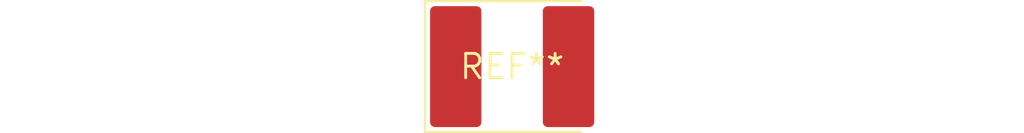
<source format=kicad_pcb>
(kicad_pcb (version 20240108) (generator pcbnew)
  (layers (0 "F.Cu" signal) (31 "B.Cu" signal) (34 "B.Paste" user) (35 "F.Paste" user) (36 "B.SilkS" user "B.Silkscreen") (37 "F.SilkS" user "F.Silkscreen") (38 "B.Mask" user) (39 "F.Mask" user) (44 "Edge.Cuts" user))
  (net 0 "")
  (footprint "CP_EIA-7260-38_AVX-R_Pad2.68x6.30mm_HandSolder" (layer "F.Cu") (at 0 0)
    (property "Reference" "REF**")
    (property "Value" "CP_EIA-7260-38_AVX-R_Pad2.68x6.30mm_HandSolder")
    (fp_line (start -4.535 -3.41) (end -4.535 3.41) (layer "F.SilkS") (stroke (width 0.12)))
    (fp_line (start -4.535 3.41) (end 3.6 3.41) (layer "F.SilkS") (stroke (width 0.12)))
    (fp_line (start 3.6 -3.41) (end -4.535 -3.41) (layer "F.SilkS") (stroke (width 0.12)))
    (pad "1" smd roundrect (at -2.9375 0) (size 2.675 6.3) (layers "F.Cu" "F.Paste" "F.Mask") (roundrect_rratio 0.093458))
    (pad "2" smd roundrect (at 2.9375 0) (size 2.675 6.3) (layers "F.Cu" "F.Paste" "F.Mask") (roundrect_rratio 0.093458))
  )
)
</source>
